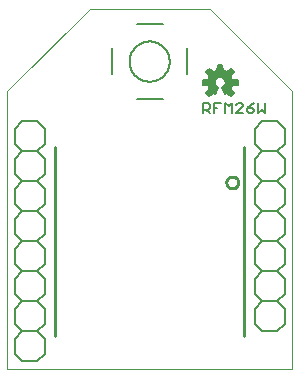
<source format=gto>
G75*
%MOIN*%
%OFA0B0*%
%FSLAX25Y25*%
%IPPOS*%
%LPD*%
%AMOC8*
5,1,8,0,0,1.08239X$1,22.5*
%
%ADD10C,0.00000*%
%ADD11C,0.00600*%
%ADD12C,0.01000*%
%ADD13C,0.00800*%
%ADD14C,0.00591*%
D10*
X0001800Y0001800D02*
X0001800Y0094300D01*
X0029300Y0121800D01*
X0069300Y0121800D01*
X0096800Y0094300D01*
X0096800Y0001800D01*
X0001800Y0001800D01*
D11*
X0004300Y0006800D02*
X0004300Y0011800D01*
X0006800Y0014300D01*
X0004300Y0016800D01*
X0004300Y0021800D01*
X0006800Y0024300D01*
X0004300Y0026800D01*
X0004300Y0031800D01*
X0006800Y0034300D01*
X0004300Y0036800D01*
X0004300Y0041800D01*
X0006800Y0044300D01*
X0004300Y0046800D01*
X0004300Y0051800D01*
X0006800Y0054300D01*
X0004300Y0056800D01*
X0004300Y0061800D01*
X0006800Y0064300D01*
X0004300Y0066800D01*
X0004300Y0071800D01*
X0006800Y0074300D01*
X0004300Y0076800D01*
X0004300Y0081800D01*
X0006800Y0084300D01*
X0011800Y0084300D01*
X0014300Y0081800D01*
X0014300Y0076800D01*
X0011800Y0074300D01*
X0014300Y0071800D01*
X0014300Y0066800D01*
X0011800Y0064300D01*
X0006800Y0064300D01*
X0011800Y0064300D02*
X0014300Y0061800D01*
X0014300Y0056800D01*
X0011800Y0054300D01*
X0014300Y0051800D01*
X0014300Y0046800D01*
X0011800Y0044300D01*
X0014300Y0041800D01*
X0014300Y0036800D01*
X0011800Y0034300D01*
X0006800Y0034300D01*
X0011800Y0034300D02*
X0014300Y0031800D01*
X0014300Y0026800D01*
X0011800Y0024300D01*
X0014300Y0021800D01*
X0014300Y0016800D01*
X0011800Y0014300D01*
X0014300Y0011800D01*
X0014300Y0006800D01*
X0011800Y0004300D01*
X0006800Y0004300D01*
X0004300Y0006800D01*
X0006800Y0014300D02*
X0011800Y0014300D01*
X0011800Y0024300D02*
X0006800Y0024300D01*
X0006800Y0044300D02*
X0011800Y0044300D01*
X0011800Y0054300D02*
X0006800Y0054300D01*
X0006800Y0074300D02*
X0011800Y0074300D01*
X0067100Y0087100D02*
X0067100Y0090503D01*
X0068801Y0090503D01*
X0069369Y0089936D01*
X0069369Y0088801D01*
X0068801Y0088234D01*
X0067100Y0088234D01*
X0068234Y0088234D02*
X0069369Y0087100D01*
X0070783Y0087100D02*
X0070783Y0090503D01*
X0073052Y0090503D01*
X0074466Y0090503D02*
X0075601Y0089369D01*
X0076735Y0090503D01*
X0076735Y0087100D01*
X0078149Y0087100D02*
X0080418Y0089369D01*
X0080418Y0089936D01*
X0079851Y0090503D01*
X0078717Y0090503D01*
X0078149Y0089936D01*
X0078149Y0087100D02*
X0080418Y0087100D01*
X0081833Y0087667D02*
X0081833Y0088801D01*
X0083534Y0088801D01*
X0084101Y0088234D01*
X0084101Y0087667D01*
X0083534Y0087100D01*
X0082400Y0087100D01*
X0081833Y0087667D01*
X0081833Y0088801D02*
X0082967Y0089936D01*
X0084101Y0090503D01*
X0085516Y0090503D02*
X0085516Y0087100D01*
X0086650Y0088234D01*
X0087784Y0087100D01*
X0087784Y0090503D01*
X0086800Y0084300D02*
X0084300Y0081800D01*
X0084300Y0076800D01*
X0086800Y0074300D01*
X0084300Y0071800D01*
X0084300Y0066800D01*
X0086800Y0064300D01*
X0091800Y0064300D01*
X0094300Y0066800D01*
X0094300Y0071800D01*
X0091800Y0074300D01*
X0086800Y0074300D01*
X0091800Y0074300D02*
X0094300Y0076800D01*
X0094300Y0081800D01*
X0091800Y0084300D01*
X0086800Y0084300D01*
X0074466Y0087100D02*
X0074466Y0090503D01*
X0071917Y0088801D02*
X0070783Y0088801D01*
X0086800Y0064300D02*
X0084300Y0061800D01*
X0084300Y0056800D01*
X0086800Y0054300D01*
X0084300Y0051800D01*
X0084300Y0046800D01*
X0086800Y0044300D01*
X0084300Y0041800D01*
X0084300Y0036800D01*
X0086800Y0034300D01*
X0091800Y0034300D01*
X0094300Y0036800D01*
X0094300Y0041800D01*
X0091800Y0044300D01*
X0086800Y0044300D01*
X0091800Y0044300D02*
X0094300Y0046800D01*
X0094300Y0051800D01*
X0091800Y0054300D01*
X0086800Y0054300D01*
X0091800Y0054300D02*
X0094300Y0056800D01*
X0094300Y0061800D01*
X0091800Y0064300D01*
X0091800Y0034300D02*
X0094300Y0031800D01*
X0094300Y0026800D01*
X0091800Y0024300D01*
X0094300Y0021800D01*
X0094300Y0016800D01*
X0091800Y0014300D01*
X0086800Y0014300D01*
X0084300Y0016800D01*
X0084300Y0021800D01*
X0086800Y0024300D01*
X0084300Y0026800D01*
X0084300Y0031800D01*
X0086800Y0034300D01*
X0086800Y0024300D02*
X0091800Y0024300D01*
D12*
X0080796Y0012804D02*
X0080796Y0075796D01*
X0074890Y0063985D02*
X0074892Y0064073D01*
X0074898Y0064161D01*
X0074908Y0064249D01*
X0074922Y0064337D01*
X0074939Y0064423D01*
X0074961Y0064509D01*
X0074986Y0064593D01*
X0075016Y0064677D01*
X0075048Y0064759D01*
X0075085Y0064839D01*
X0075125Y0064918D01*
X0075169Y0064995D01*
X0075216Y0065070D01*
X0075266Y0065142D01*
X0075320Y0065213D01*
X0075376Y0065280D01*
X0075436Y0065346D01*
X0075498Y0065408D01*
X0075564Y0065468D01*
X0075631Y0065524D01*
X0075702Y0065578D01*
X0075774Y0065628D01*
X0075849Y0065675D01*
X0075926Y0065719D01*
X0076005Y0065759D01*
X0076085Y0065796D01*
X0076167Y0065828D01*
X0076251Y0065858D01*
X0076335Y0065883D01*
X0076421Y0065905D01*
X0076507Y0065922D01*
X0076595Y0065936D01*
X0076683Y0065946D01*
X0076771Y0065952D01*
X0076859Y0065954D01*
X0076947Y0065952D01*
X0077035Y0065946D01*
X0077123Y0065936D01*
X0077211Y0065922D01*
X0077297Y0065905D01*
X0077383Y0065883D01*
X0077467Y0065858D01*
X0077551Y0065828D01*
X0077633Y0065796D01*
X0077713Y0065759D01*
X0077792Y0065719D01*
X0077869Y0065675D01*
X0077944Y0065628D01*
X0078016Y0065578D01*
X0078087Y0065524D01*
X0078154Y0065468D01*
X0078220Y0065408D01*
X0078282Y0065346D01*
X0078342Y0065280D01*
X0078398Y0065213D01*
X0078452Y0065142D01*
X0078502Y0065070D01*
X0078549Y0064995D01*
X0078593Y0064918D01*
X0078633Y0064839D01*
X0078670Y0064759D01*
X0078702Y0064677D01*
X0078732Y0064593D01*
X0078757Y0064509D01*
X0078779Y0064423D01*
X0078796Y0064337D01*
X0078810Y0064249D01*
X0078820Y0064161D01*
X0078826Y0064073D01*
X0078828Y0063985D01*
X0078826Y0063897D01*
X0078820Y0063809D01*
X0078810Y0063721D01*
X0078796Y0063633D01*
X0078779Y0063547D01*
X0078757Y0063461D01*
X0078732Y0063377D01*
X0078702Y0063293D01*
X0078670Y0063211D01*
X0078633Y0063131D01*
X0078593Y0063052D01*
X0078549Y0062975D01*
X0078502Y0062900D01*
X0078452Y0062828D01*
X0078398Y0062757D01*
X0078342Y0062690D01*
X0078282Y0062624D01*
X0078220Y0062562D01*
X0078154Y0062502D01*
X0078087Y0062446D01*
X0078016Y0062392D01*
X0077944Y0062342D01*
X0077869Y0062295D01*
X0077792Y0062251D01*
X0077713Y0062211D01*
X0077633Y0062174D01*
X0077551Y0062142D01*
X0077467Y0062112D01*
X0077383Y0062087D01*
X0077297Y0062065D01*
X0077211Y0062048D01*
X0077123Y0062034D01*
X0077035Y0062024D01*
X0076947Y0062018D01*
X0076859Y0062016D01*
X0076771Y0062018D01*
X0076683Y0062024D01*
X0076595Y0062034D01*
X0076507Y0062048D01*
X0076421Y0062065D01*
X0076335Y0062087D01*
X0076251Y0062112D01*
X0076167Y0062142D01*
X0076085Y0062174D01*
X0076005Y0062211D01*
X0075926Y0062251D01*
X0075849Y0062295D01*
X0075774Y0062342D01*
X0075702Y0062392D01*
X0075631Y0062446D01*
X0075564Y0062502D01*
X0075498Y0062562D01*
X0075436Y0062624D01*
X0075376Y0062690D01*
X0075320Y0062757D01*
X0075266Y0062828D01*
X0075216Y0062900D01*
X0075169Y0062975D01*
X0075125Y0063052D01*
X0075085Y0063131D01*
X0075048Y0063211D01*
X0075016Y0063293D01*
X0074986Y0063377D01*
X0074961Y0063461D01*
X0074939Y0063547D01*
X0074922Y0063633D01*
X0074908Y0063721D01*
X0074898Y0063809D01*
X0074892Y0063897D01*
X0074890Y0063985D01*
X0017804Y0075796D02*
X0017804Y0012804D01*
D13*
X0044969Y0091702D02*
X0053631Y0091702D01*
X0061898Y0099969D02*
X0061898Y0108631D01*
X0053631Y0116898D02*
X0044969Y0116898D01*
X0036702Y0108631D02*
X0036702Y0099969D01*
X0042607Y0104300D02*
X0042609Y0104464D01*
X0042615Y0104628D01*
X0042625Y0104792D01*
X0042639Y0104956D01*
X0042657Y0105119D01*
X0042679Y0105282D01*
X0042706Y0105444D01*
X0042736Y0105606D01*
X0042770Y0105766D01*
X0042808Y0105926D01*
X0042849Y0106085D01*
X0042895Y0106243D01*
X0042945Y0106399D01*
X0042998Y0106555D01*
X0043055Y0106709D01*
X0043116Y0106861D01*
X0043181Y0107012D01*
X0043250Y0107162D01*
X0043322Y0107309D01*
X0043397Y0107455D01*
X0043477Y0107599D01*
X0043559Y0107741D01*
X0043645Y0107881D01*
X0043735Y0108018D01*
X0043828Y0108154D01*
X0043924Y0108287D01*
X0044024Y0108418D01*
X0044126Y0108546D01*
X0044232Y0108672D01*
X0044341Y0108795D01*
X0044453Y0108915D01*
X0044567Y0109033D01*
X0044685Y0109147D01*
X0044805Y0109259D01*
X0044928Y0109368D01*
X0045054Y0109474D01*
X0045182Y0109576D01*
X0045313Y0109676D01*
X0045446Y0109772D01*
X0045582Y0109865D01*
X0045719Y0109955D01*
X0045859Y0110041D01*
X0046001Y0110123D01*
X0046145Y0110203D01*
X0046291Y0110278D01*
X0046438Y0110350D01*
X0046588Y0110419D01*
X0046739Y0110484D01*
X0046891Y0110545D01*
X0047045Y0110602D01*
X0047201Y0110655D01*
X0047357Y0110705D01*
X0047515Y0110751D01*
X0047674Y0110792D01*
X0047834Y0110830D01*
X0047994Y0110864D01*
X0048156Y0110894D01*
X0048318Y0110921D01*
X0048481Y0110943D01*
X0048644Y0110961D01*
X0048808Y0110975D01*
X0048972Y0110985D01*
X0049136Y0110991D01*
X0049300Y0110993D01*
X0049464Y0110991D01*
X0049628Y0110985D01*
X0049792Y0110975D01*
X0049956Y0110961D01*
X0050119Y0110943D01*
X0050282Y0110921D01*
X0050444Y0110894D01*
X0050606Y0110864D01*
X0050766Y0110830D01*
X0050926Y0110792D01*
X0051085Y0110751D01*
X0051243Y0110705D01*
X0051399Y0110655D01*
X0051555Y0110602D01*
X0051709Y0110545D01*
X0051861Y0110484D01*
X0052012Y0110419D01*
X0052162Y0110350D01*
X0052309Y0110278D01*
X0052455Y0110203D01*
X0052599Y0110123D01*
X0052741Y0110041D01*
X0052881Y0109955D01*
X0053018Y0109865D01*
X0053154Y0109772D01*
X0053287Y0109676D01*
X0053418Y0109576D01*
X0053546Y0109474D01*
X0053672Y0109368D01*
X0053795Y0109259D01*
X0053915Y0109147D01*
X0054033Y0109033D01*
X0054147Y0108915D01*
X0054259Y0108795D01*
X0054368Y0108672D01*
X0054474Y0108546D01*
X0054576Y0108418D01*
X0054676Y0108287D01*
X0054772Y0108154D01*
X0054865Y0108018D01*
X0054955Y0107881D01*
X0055041Y0107741D01*
X0055123Y0107599D01*
X0055203Y0107455D01*
X0055278Y0107309D01*
X0055350Y0107162D01*
X0055419Y0107012D01*
X0055484Y0106861D01*
X0055545Y0106709D01*
X0055602Y0106555D01*
X0055655Y0106399D01*
X0055705Y0106243D01*
X0055751Y0106085D01*
X0055792Y0105926D01*
X0055830Y0105766D01*
X0055864Y0105606D01*
X0055894Y0105444D01*
X0055921Y0105282D01*
X0055943Y0105119D01*
X0055961Y0104956D01*
X0055975Y0104792D01*
X0055985Y0104628D01*
X0055991Y0104464D01*
X0055993Y0104300D01*
X0055991Y0104136D01*
X0055985Y0103972D01*
X0055975Y0103808D01*
X0055961Y0103644D01*
X0055943Y0103481D01*
X0055921Y0103318D01*
X0055894Y0103156D01*
X0055864Y0102994D01*
X0055830Y0102834D01*
X0055792Y0102674D01*
X0055751Y0102515D01*
X0055705Y0102357D01*
X0055655Y0102201D01*
X0055602Y0102045D01*
X0055545Y0101891D01*
X0055484Y0101739D01*
X0055419Y0101588D01*
X0055350Y0101438D01*
X0055278Y0101291D01*
X0055203Y0101145D01*
X0055123Y0101001D01*
X0055041Y0100859D01*
X0054955Y0100719D01*
X0054865Y0100582D01*
X0054772Y0100446D01*
X0054676Y0100313D01*
X0054576Y0100182D01*
X0054474Y0100054D01*
X0054368Y0099928D01*
X0054259Y0099805D01*
X0054147Y0099685D01*
X0054033Y0099567D01*
X0053915Y0099453D01*
X0053795Y0099341D01*
X0053672Y0099232D01*
X0053546Y0099126D01*
X0053418Y0099024D01*
X0053287Y0098924D01*
X0053154Y0098828D01*
X0053018Y0098735D01*
X0052881Y0098645D01*
X0052741Y0098559D01*
X0052599Y0098477D01*
X0052455Y0098397D01*
X0052309Y0098322D01*
X0052162Y0098250D01*
X0052012Y0098181D01*
X0051861Y0098116D01*
X0051709Y0098055D01*
X0051555Y0097998D01*
X0051399Y0097945D01*
X0051243Y0097895D01*
X0051085Y0097849D01*
X0050926Y0097808D01*
X0050766Y0097770D01*
X0050606Y0097736D01*
X0050444Y0097706D01*
X0050282Y0097679D01*
X0050119Y0097657D01*
X0049956Y0097639D01*
X0049792Y0097625D01*
X0049628Y0097615D01*
X0049464Y0097609D01*
X0049300Y0097607D01*
X0049136Y0097609D01*
X0048972Y0097615D01*
X0048808Y0097625D01*
X0048644Y0097639D01*
X0048481Y0097657D01*
X0048318Y0097679D01*
X0048156Y0097706D01*
X0047994Y0097736D01*
X0047834Y0097770D01*
X0047674Y0097808D01*
X0047515Y0097849D01*
X0047357Y0097895D01*
X0047201Y0097945D01*
X0047045Y0097998D01*
X0046891Y0098055D01*
X0046739Y0098116D01*
X0046588Y0098181D01*
X0046438Y0098250D01*
X0046291Y0098322D01*
X0046145Y0098397D01*
X0046001Y0098477D01*
X0045859Y0098559D01*
X0045719Y0098645D01*
X0045582Y0098735D01*
X0045446Y0098828D01*
X0045313Y0098924D01*
X0045182Y0099024D01*
X0045054Y0099126D01*
X0044928Y0099232D01*
X0044805Y0099341D01*
X0044685Y0099453D01*
X0044567Y0099567D01*
X0044453Y0099685D01*
X0044341Y0099805D01*
X0044232Y0099928D01*
X0044126Y0100054D01*
X0044024Y0100182D01*
X0043924Y0100313D01*
X0043828Y0100446D01*
X0043735Y0100582D01*
X0043645Y0100719D01*
X0043559Y0100859D01*
X0043477Y0101001D01*
X0043397Y0101145D01*
X0043322Y0101291D01*
X0043250Y0101438D01*
X0043181Y0101588D01*
X0043116Y0101739D01*
X0043055Y0101891D01*
X0042998Y0102045D01*
X0042945Y0102201D01*
X0042895Y0102357D01*
X0042849Y0102515D01*
X0042808Y0102674D01*
X0042770Y0102834D01*
X0042736Y0102994D01*
X0042706Y0103156D01*
X0042679Y0103318D01*
X0042657Y0103481D01*
X0042639Y0103644D01*
X0042625Y0103808D01*
X0042615Y0103972D01*
X0042609Y0104136D01*
X0042607Y0104300D01*
D14*
X0066939Y0098020D02*
X0066939Y0096580D01*
X0068844Y0096387D01*
X0069049Y0095746D01*
X0069357Y0095148D01*
X0068146Y0093664D01*
X0069164Y0092646D01*
X0070648Y0093857D01*
X0071246Y0093549D01*
X0072094Y0095595D01*
X0071715Y0095807D01*
X0071397Y0096101D01*
X0071155Y0096462D01*
X0071005Y0096869D01*
X0070954Y0097300D01*
X0071007Y0097739D01*
X0071163Y0098152D01*
X0071412Y0098517D01*
X0071741Y0098811D01*
X0072131Y0099020D01*
X0072559Y0099129D01*
X0073001Y0099134D01*
X0073431Y0099034D01*
X0073825Y0098834D01*
X0074160Y0098546D01*
X0074418Y0098187D01*
X0074582Y0097777D01*
X0074645Y0097340D01*
X0074601Y0096900D01*
X0074455Y0096484D01*
X0074214Y0096114D01*
X0073891Y0095812D01*
X0073506Y0095595D01*
X0074354Y0093549D01*
X0074952Y0093857D01*
X0076436Y0092646D01*
X0077454Y0093664D01*
X0076243Y0095148D01*
X0076551Y0095746D01*
X0076756Y0096387D01*
X0078661Y0096580D01*
X0078661Y0098020D01*
X0076756Y0098213D01*
X0076551Y0098854D01*
X0076243Y0099452D01*
X0077454Y0100936D01*
X0076436Y0101954D01*
X0074952Y0100743D01*
X0074354Y0101051D01*
X0073713Y0101256D01*
X0073520Y0103161D01*
X0072080Y0103161D01*
X0071887Y0101256D01*
X0071246Y0101051D01*
X0070648Y0100743D01*
X0069164Y0101954D01*
X0068146Y0100936D01*
X0069357Y0099452D01*
X0069049Y0098854D01*
X0068844Y0098213D01*
X0066939Y0098020D01*
X0066939Y0097817D02*
X0071037Y0097817D01*
X0070963Y0097228D02*
X0066939Y0097228D01*
X0066939Y0096639D02*
X0071090Y0096639D01*
X0071452Y0096050D02*
X0068951Y0096050D01*
X0069196Y0095461D02*
X0072038Y0095461D01*
X0071794Y0094872D02*
X0069131Y0094872D01*
X0068651Y0094283D02*
X0071550Y0094283D01*
X0071306Y0093694D02*
X0070965Y0093694D01*
X0070449Y0093694D02*
X0068171Y0093694D01*
X0068706Y0093105D02*
X0069726Y0093105D01*
X0073806Y0094872D02*
X0076469Y0094872D01*
X0076404Y0095461D02*
X0073562Y0095461D01*
X0074146Y0096050D02*
X0076649Y0096050D01*
X0076949Y0094283D02*
X0074050Y0094283D01*
X0074294Y0093694D02*
X0074635Y0093694D01*
X0075151Y0093694D02*
X0077429Y0093694D01*
X0076894Y0093105D02*
X0075874Y0093105D01*
X0074509Y0096639D02*
X0078661Y0096639D01*
X0078661Y0097228D02*
X0074634Y0097228D01*
X0074566Y0097817D02*
X0078661Y0097817D01*
X0076695Y0098406D02*
X0074261Y0098406D01*
X0073507Y0098995D02*
X0076478Y0098995D01*
X0076352Y0099584D02*
X0069248Y0099584D01*
X0069122Y0098995D02*
X0072086Y0098995D01*
X0071337Y0098406D02*
X0068905Y0098406D01*
X0068768Y0100173D02*
X0076832Y0100173D01*
X0077312Y0100762D02*
X0074975Y0100762D01*
X0074914Y0100762D02*
X0070686Y0100762D01*
X0070625Y0100762D02*
X0068288Y0100762D01*
X0068562Y0101352D02*
X0069902Y0101352D01*
X0069180Y0101941D02*
X0069151Y0101941D01*
X0071956Y0101941D02*
X0073644Y0101941D01*
X0073584Y0102530D02*
X0072016Y0102530D01*
X0072076Y0103119D02*
X0073524Y0103119D01*
X0073704Y0101352D02*
X0071896Y0101352D01*
X0075698Y0101352D02*
X0077038Y0101352D01*
X0076449Y0101941D02*
X0076420Y0101941D01*
M02*

</source>
